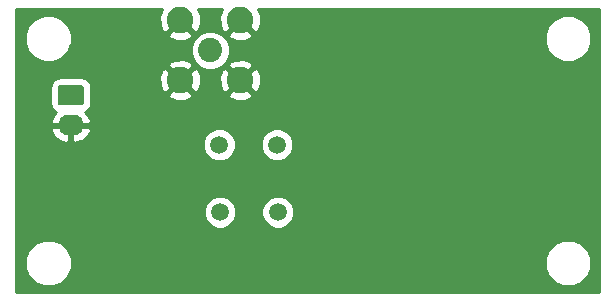
<source format=gbr>
G04 #@! TF.GenerationSoftware,KiCad,Pcbnew,(5.0.2)-1*
G04 #@! TF.CreationDate,2018-12-31T21:56:22+00:00*
G04 #@! TF.ProjectId,D75F_Board,44373546-5f42-46f6-9172-642e6b696361,rev?*
G04 #@! TF.SameCoordinates,Original*
G04 #@! TF.FileFunction,Copper,L2,Bot*
G04 #@! TF.FilePolarity,Positive*
%FSLAX46Y46*%
G04 Gerber Fmt 4.6, Leading zero omitted, Abs format (unit mm)*
G04 Created by KiCad (PCBNEW (5.0.2)-1) date 31/12/2018 21:56:22*
%MOMM*%
%LPD*%
G01*
G04 APERTURE LIST*
G04 #@! TA.AperFunction,Conductor*
%ADD10C,0.100000*%
G04 #@! TD*
G04 #@! TA.AperFunction,ComponentPad*
%ADD11C,1.740000*%
G04 #@! TD*
G04 #@! TA.AperFunction,ComponentPad*
%ADD12O,2.200000X1.740000*%
G04 #@! TD*
G04 #@! TA.AperFunction,ComponentPad*
%ADD13C,2.050000*%
G04 #@! TD*
G04 #@! TA.AperFunction,ComponentPad*
%ADD14C,2.250000*%
G04 #@! TD*
G04 #@! TA.AperFunction,ComponentPad*
%ADD15C,1.500000*%
G04 #@! TD*
G04 #@! TA.AperFunction,ViaPad*
%ADD16C,0.800000*%
G04 #@! TD*
G04 #@! TA.AperFunction,Conductor*
%ADD17C,0.254000*%
G04 #@! TD*
G04 APERTURE END LIST*
D10*
G04 #@! TO.N,Net-(C1-Pad1)*
G04 #@! TO.C,J1*
G36*
X121778505Y-81427204D02*
X121802773Y-81430804D01*
X121826572Y-81436765D01*
X121849671Y-81445030D01*
X121871850Y-81455520D01*
X121892893Y-81468132D01*
X121912599Y-81482747D01*
X121930777Y-81499223D01*
X121947253Y-81517401D01*
X121961868Y-81537107D01*
X121974480Y-81558150D01*
X121984970Y-81580329D01*
X121993235Y-81603428D01*
X121999196Y-81627227D01*
X122002796Y-81651495D01*
X122004000Y-81675999D01*
X122004000Y-82916001D01*
X122002796Y-82940505D01*
X121999196Y-82964773D01*
X121993235Y-82988572D01*
X121984970Y-83011671D01*
X121974480Y-83033850D01*
X121961868Y-83054893D01*
X121947253Y-83074599D01*
X121930777Y-83092777D01*
X121912599Y-83109253D01*
X121892893Y-83123868D01*
X121871850Y-83136480D01*
X121849671Y-83146970D01*
X121826572Y-83155235D01*
X121802773Y-83161196D01*
X121778505Y-83164796D01*
X121754001Y-83166000D01*
X120053999Y-83166000D01*
X120029495Y-83164796D01*
X120005227Y-83161196D01*
X119981428Y-83155235D01*
X119958329Y-83146970D01*
X119936150Y-83136480D01*
X119915107Y-83123868D01*
X119895401Y-83109253D01*
X119877223Y-83092777D01*
X119860747Y-83074599D01*
X119846132Y-83054893D01*
X119833520Y-83033850D01*
X119823030Y-83011671D01*
X119814765Y-82988572D01*
X119808804Y-82964773D01*
X119805204Y-82940505D01*
X119804000Y-82916001D01*
X119804000Y-81675999D01*
X119805204Y-81651495D01*
X119808804Y-81627227D01*
X119814765Y-81603428D01*
X119823030Y-81580329D01*
X119833520Y-81558150D01*
X119846132Y-81537107D01*
X119860747Y-81517401D01*
X119877223Y-81499223D01*
X119895401Y-81482747D01*
X119915107Y-81468132D01*
X119936150Y-81455520D01*
X119958329Y-81445030D01*
X119981428Y-81436765D01*
X120005227Y-81430804D01*
X120029495Y-81427204D01*
X120053999Y-81426000D01*
X121754001Y-81426000D01*
X121778505Y-81427204D01*
X121778505Y-81427204D01*
G37*
D11*
G04 #@! TD*
G04 #@! TO.P,J1,1*
G04 #@! TO.N,Net-(C1-Pad1)*
X120904000Y-82296000D03*
D12*
G04 #@! TO.P,J1,2*
G04 #@! TO.N,GND*
X120904000Y-84836000D03*
G04 #@! TD*
D13*
G04 #@! TO.P,J2,1*
G04 #@! TO.N,Net-(J2-Pad1)*
X132715000Y-78486000D03*
D14*
G04 #@! TO.P,J2,2*
G04 #@! TO.N,GND*
X135255000Y-81026000D03*
X135255000Y-75946000D03*
X130175000Y-75946000D03*
X130175000Y-81026000D03*
G04 #@! TD*
D15*
G04 #@! TO.P,Y1,1*
G04 #@! TO.N,Net-(C4-Pad1)*
X138430000Y-92202000D03*
G04 #@! TO.P,Y1,2*
G04 #@! TO.N,Net-(C5-Pad1)*
X133550000Y-92202000D03*
G04 #@! TD*
G04 #@! TO.P,Y2,2*
G04 #@! TO.N,Net-(C6-Pad2)*
X138357000Y-86487000D03*
G04 #@! TO.P,Y2,1*
G04 #@! TO.N,Net-(C5-Pad1)*
X133477000Y-86487000D03*
G04 #@! TD*
D16*
G04 #@! TO.N,GND*
X132207000Y-97536000D03*
X132207000Y-96520000D03*
X125222000Y-97536000D03*
X125222000Y-96139000D03*
X156591000Y-83566000D03*
X156591000Y-82677000D03*
X146304000Y-85471000D03*
X162433000Y-88011000D03*
X155956000Y-89408000D03*
X147447000Y-92964000D03*
X148336000Y-92964000D03*
X124841000Y-75946000D03*
X126619000Y-75946000D03*
X145034000Y-89789000D03*
X150114000Y-81407000D03*
X142494000Y-81534000D03*
X160655000Y-91059000D03*
X127762000Y-92456000D03*
X126619000Y-92456000D03*
X145034000Y-90678000D03*
X150114000Y-80391000D03*
X142494000Y-80645000D03*
X146304000Y-84582000D03*
X155956000Y-88519000D03*
X160655000Y-92456000D03*
X161417000Y-88011000D03*
X125730000Y-75946000D03*
G04 #@! TD*
D17*
G04 #@! TO.N,GND*
G36*
X128404830Y-75651629D02*
X128426925Y-76351451D01*
X128652227Y-76895379D01*
X128932053Y-77009342D01*
X129995395Y-75946000D01*
X129981253Y-75931858D01*
X130160858Y-75752253D01*
X130175000Y-75766395D01*
X130189143Y-75752253D01*
X130368748Y-75931858D01*
X130354605Y-75946000D01*
X131417947Y-77009342D01*
X131697773Y-76895379D01*
X131945170Y-76240371D01*
X131923075Y-75540549D01*
X131701244Y-75005000D01*
X133729062Y-75005000D01*
X133484830Y-75651629D01*
X133506925Y-76351451D01*
X133732227Y-76895379D01*
X134012053Y-77009342D01*
X135075395Y-75946000D01*
X135061253Y-75931858D01*
X135240858Y-75752253D01*
X135255000Y-75766395D01*
X135269143Y-75752253D01*
X135448748Y-75931858D01*
X135434605Y-75946000D01*
X136497947Y-77009342D01*
X136777773Y-76895379D01*
X137025170Y-76240371D01*
X137003075Y-75540549D01*
X136781244Y-75005000D01*
X165660000Y-75005000D01*
X165660001Y-98985000D01*
X116280000Y-98985000D01*
X116280000Y-96105159D01*
X117015000Y-96105159D01*
X117015000Y-96894841D01*
X117317199Y-97624412D01*
X117875588Y-98182801D01*
X118605159Y-98485000D01*
X119394841Y-98485000D01*
X120124412Y-98182801D01*
X120682801Y-97624412D01*
X120985000Y-96894841D01*
X120985000Y-96105159D01*
X161015000Y-96105159D01*
X161015000Y-96894841D01*
X161317199Y-97624412D01*
X161875588Y-98182801D01*
X162605159Y-98485000D01*
X163394841Y-98485000D01*
X164124412Y-98182801D01*
X164682801Y-97624412D01*
X164985000Y-96894841D01*
X164985000Y-96105159D01*
X164682801Y-95375588D01*
X164124412Y-94817199D01*
X163394841Y-94515000D01*
X162605159Y-94515000D01*
X161875588Y-94817199D01*
X161317199Y-95375588D01*
X161015000Y-96105159D01*
X120985000Y-96105159D01*
X120682801Y-95375588D01*
X120124412Y-94817199D01*
X119394841Y-94515000D01*
X118605159Y-94515000D01*
X117875588Y-94817199D01*
X117317199Y-95375588D01*
X117015000Y-96105159D01*
X116280000Y-96105159D01*
X116280000Y-91926506D01*
X132165000Y-91926506D01*
X132165000Y-92477494D01*
X132375853Y-92986540D01*
X132765460Y-93376147D01*
X133274506Y-93587000D01*
X133825494Y-93587000D01*
X134334540Y-93376147D01*
X134724147Y-92986540D01*
X134935000Y-92477494D01*
X134935000Y-91926506D01*
X137045000Y-91926506D01*
X137045000Y-92477494D01*
X137255853Y-92986540D01*
X137645460Y-93376147D01*
X138154506Y-93587000D01*
X138705494Y-93587000D01*
X139214540Y-93376147D01*
X139604147Y-92986540D01*
X139815000Y-92477494D01*
X139815000Y-91926506D01*
X139604147Y-91417460D01*
X139214540Y-91027853D01*
X138705494Y-90817000D01*
X138154506Y-90817000D01*
X137645460Y-91027853D01*
X137255853Y-91417460D01*
X137045000Y-91926506D01*
X134935000Y-91926506D01*
X134724147Y-91417460D01*
X134334540Y-91027853D01*
X133825494Y-90817000D01*
X133274506Y-90817000D01*
X132765460Y-91027853D01*
X132375853Y-91417460D01*
X132165000Y-91926506D01*
X116280000Y-91926506D01*
X116280000Y-85196031D01*
X119212698Y-85196031D01*
X119230416Y-85288500D01*
X119513467Y-85806491D01*
X119973198Y-86176734D01*
X120539620Y-86342862D01*
X120777000Y-86186582D01*
X120777000Y-84963000D01*
X121031000Y-84963000D01*
X121031000Y-86186582D01*
X121268380Y-86342862D01*
X121716245Y-86211506D01*
X132092000Y-86211506D01*
X132092000Y-86762494D01*
X132302853Y-87271540D01*
X132692460Y-87661147D01*
X133201506Y-87872000D01*
X133752494Y-87872000D01*
X134261540Y-87661147D01*
X134651147Y-87271540D01*
X134862000Y-86762494D01*
X134862000Y-86211506D01*
X136972000Y-86211506D01*
X136972000Y-86762494D01*
X137182853Y-87271540D01*
X137572460Y-87661147D01*
X138081506Y-87872000D01*
X138632494Y-87872000D01*
X139141540Y-87661147D01*
X139531147Y-87271540D01*
X139742000Y-86762494D01*
X139742000Y-86211506D01*
X139531147Y-85702460D01*
X139141540Y-85312853D01*
X138632494Y-85102000D01*
X138081506Y-85102000D01*
X137572460Y-85312853D01*
X137182853Y-85702460D01*
X136972000Y-86211506D01*
X134862000Y-86211506D01*
X134651147Y-85702460D01*
X134261540Y-85312853D01*
X133752494Y-85102000D01*
X133201506Y-85102000D01*
X132692460Y-85312853D01*
X132302853Y-85702460D01*
X132092000Y-86211506D01*
X121716245Y-86211506D01*
X121834802Y-86176734D01*
X122294533Y-85806491D01*
X122577584Y-85288500D01*
X122595302Y-85196031D01*
X122474246Y-84963000D01*
X121031000Y-84963000D01*
X120777000Y-84963000D01*
X119333754Y-84963000D01*
X119212698Y-85196031D01*
X116280000Y-85196031D01*
X116280000Y-81675999D01*
X119156560Y-81675999D01*
X119156560Y-82916001D01*
X119224873Y-83259436D01*
X119419414Y-83550586D01*
X119684538Y-83727737D01*
X119513467Y-83865509D01*
X119230416Y-84383500D01*
X119212698Y-84475969D01*
X119333754Y-84709000D01*
X120777000Y-84709000D01*
X120777000Y-84689000D01*
X121031000Y-84689000D01*
X121031000Y-84709000D01*
X122474246Y-84709000D01*
X122595302Y-84475969D01*
X122577584Y-84383500D01*
X122294533Y-83865509D01*
X122123462Y-83727737D01*
X122388586Y-83550586D01*
X122583127Y-83259436D01*
X122651440Y-82916001D01*
X122651440Y-82268947D01*
X129111658Y-82268947D01*
X129225621Y-82548773D01*
X129880629Y-82796170D01*
X130580451Y-82774075D01*
X131124379Y-82548773D01*
X131238342Y-82268947D01*
X134191658Y-82268947D01*
X134305621Y-82548773D01*
X134960629Y-82796170D01*
X135660451Y-82774075D01*
X136204379Y-82548773D01*
X136318342Y-82268947D01*
X135255000Y-81205605D01*
X134191658Y-82268947D01*
X131238342Y-82268947D01*
X130175000Y-81205605D01*
X129111658Y-82268947D01*
X122651440Y-82268947D01*
X122651440Y-81675999D01*
X122583127Y-81332564D01*
X122388586Y-81041414D01*
X122097436Y-80846873D01*
X121754001Y-80778560D01*
X120053999Y-80778560D01*
X119710564Y-80846873D01*
X119419414Y-81041414D01*
X119224873Y-81332564D01*
X119156560Y-81675999D01*
X116280000Y-81675999D01*
X116280000Y-80731629D01*
X128404830Y-80731629D01*
X128426925Y-81431451D01*
X128652227Y-81975379D01*
X128932053Y-82089342D01*
X129995395Y-81026000D01*
X130354605Y-81026000D01*
X131417947Y-82089342D01*
X131697773Y-81975379D01*
X131945170Y-81320371D01*
X131926583Y-80731629D01*
X133484830Y-80731629D01*
X133506925Y-81431451D01*
X133732227Y-81975379D01*
X134012053Y-82089342D01*
X135075395Y-81026000D01*
X135434605Y-81026000D01*
X136497947Y-82089342D01*
X136777773Y-81975379D01*
X137025170Y-81320371D01*
X137003075Y-80620549D01*
X136777773Y-80076621D01*
X136497947Y-79962658D01*
X135434605Y-81026000D01*
X135075395Y-81026000D01*
X134012053Y-79962658D01*
X133732227Y-80076621D01*
X133484830Y-80731629D01*
X131926583Y-80731629D01*
X131923075Y-80620549D01*
X131697773Y-80076621D01*
X131417947Y-79962658D01*
X130354605Y-81026000D01*
X129995395Y-81026000D01*
X128932053Y-79962658D01*
X128652227Y-80076621D01*
X128404830Y-80731629D01*
X116280000Y-80731629D01*
X116280000Y-79783053D01*
X129111658Y-79783053D01*
X130175000Y-80846395D01*
X131238342Y-79783053D01*
X131124379Y-79503227D01*
X130469371Y-79255830D01*
X129769549Y-79277925D01*
X129225621Y-79503227D01*
X129111658Y-79783053D01*
X116280000Y-79783053D01*
X116280000Y-77105159D01*
X117015000Y-77105159D01*
X117015000Y-77894841D01*
X117317199Y-78624412D01*
X117875588Y-79182801D01*
X118605159Y-79485000D01*
X119394841Y-79485000D01*
X120124412Y-79182801D01*
X120682801Y-78624412D01*
X120876904Y-78155806D01*
X131055000Y-78155806D01*
X131055000Y-78816194D01*
X131307720Y-79426314D01*
X131774686Y-79893280D01*
X132384806Y-80146000D01*
X133045194Y-80146000D01*
X133655314Y-79893280D01*
X133765541Y-79783053D01*
X134191658Y-79783053D01*
X135255000Y-80846395D01*
X136318342Y-79783053D01*
X136204379Y-79503227D01*
X135549371Y-79255830D01*
X134849549Y-79277925D01*
X134305621Y-79503227D01*
X134191658Y-79783053D01*
X133765541Y-79783053D01*
X134122280Y-79426314D01*
X134375000Y-78816194D01*
X134375000Y-78155806D01*
X134122280Y-77545686D01*
X133765541Y-77188947D01*
X134191658Y-77188947D01*
X134305621Y-77468773D01*
X134960629Y-77716170D01*
X135660451Y-77694075D01*
X136204379Y-77468773D01*
X136318342Y-77188947D01*
X136234554Y-77105159D01*
X161015000Y-77105159D01*
X161015000Y-77894841D01*
X161317199Y-78624412D01*
X161875588Y-79182801D01*
X162605159Y-79485000D01*
X163394841Y-79485000D01*
X164124412Y-79182801D01*
X164682801Y-78624412D01*
X164985000Y-77894841D01*
X164985000Y-77105159D01*
X164682801Y-76375588D01*
X164124412Y-75817199D01*
X163394841Y-75515000D01*
X162605159Y-75515000D01*
X161875588Y-75817199D01*
X161317199Y-76375588D01*
X161015000Y-77105159D01*
X136234554Y-77105159D01*
X135255000Y-76125605D01*
X134191658Y-77188947D01*
X133765541Y-77188947D01*
X133655314Y-77078720D01*
X133045194Y-76826000D01*
X132384806Y-76826000D01*
X131774686Y-77078720D01*
X131307720Y-77545686D01*
X131055000Y-78155806D01*
X120876904Y-78155806D01*
X120985000Y-77894841D01*
X120985000Y-77188947D01*
X129111658Y-77188947D01*
X129225621Y-77468773D01*
X129880629Y-77716170D01*
X130580451Y-77694075D01*
X131124379Y-77468773D01*
X131238342Y-77188947D01*
X130175000Y-76125605D01*
X129111658Y-77188947D01*
X120985000Y-77188947D01*
X120985000Y-77105159D01*
X120682801Y-76375588D01*
X120124412Y-75817199D01*
X119394841Y-75515000D01*
X118605159Y-75515000D01*
X117875588Y-75817199D01*
X117317199Y-76375588D01*
X117015000Y-77105159D01*
X116280000Y-77105159D01*
X116280000Y-75005000D01*
X128649062Y-75005000D01*
X128404830Y-75651629D01*
X128404830Y-75651629D01*
G37*
X128404830Y-75651629D02*
X128426925Y-76351451D01*
X128652227Y-76895379D01*
X128932053Y-77009342D01*
X129995395Y-75946000D01*
X129981253Y-75931858D01*
X130160858Y-75752253D01*
X130175000Y-75766395D01*
X130189143Y-75752253D01*
X130368748Y-75931858D01*
X130354605Y-75946000D01*
X131417947Y-77009342D01*
X131697773Y-76895379D01*
X131945170Y-76240371D01*
X131923075Y-75540549D01*
X131701244Y-75005000D01*
X133729062Y-75005000D01*
X133484830Y-75651629D01*
X133506925Y-76351451D01*
X133732227Y-76895379D01*
X134012053Y-77009342D01*
X135075395Y-75946000D01*
X135061253Y-75931858D01*
X135240858Y-75752253D01*
X135255000Y-75766395D01*
X135269143Y-75752253D01*
X135448748Y-75931858D01*
X135434605Y-75946000D01*
X136497947Y-77009342D01*
X136777773Y-76895379D01*
X137025170Y-76240371D01*
X137003075Y-75540549D01*
X136781244Y-75005000D01*
X165660000Y-75005000D01*
X165660001Y-98985000D01*
X116280000Y-98985000D01*
X116280000Y-96105159D01*
X117015000Y-96105159D01*
X117015000Y-96894841D01*
X117317199Y-97624412D01*
X117875588Y-98182801D01*
X118605159Y-98485000D01*
X119394841Y-98485000D01*
X120124412Y-98182801D01*
X120682801Y-97624412D01*
X120985000Y-96894841D01*
X120985000Y-96105159D01*
X161015000Y-96105159D01*
X161015000Y-96894841D01*
X161317199Y-97624412D01*
X161875588Y-98182801D01*
X162605159Y-98485000D01*
X163394841Y-98485000D01*
X164124412Y-98182801D01*
X164682801Y-97624412D01*
X164985000Y-96894841D01*
X164985000Y-96105159D01*
X164682801Y-95375588D01*
X164124412Y-94817199D01*
X163394841Y-94515000D01*
X162605159Y-94515000D01*
X161875588Y-94817199D01*
X161317199Y-95375588D01*
X161015000Y-96105159D01*
X120985000Y-96105159D01*
X120682801Y-95375588D01*
X120124412Y-94817199D01*
X119394841Y-94515000D01*
X118605159Y-94515000D01*
X117875588Y-94817199D01*
X117317199Y-95375588D01*
X117015000Y-96105159D01*
X116280000Y-96105159D01*
X116280000Y-91926506D01*
X132165000Y-91926506D01*
X132165000Y-92477494D01*
X132375853Y-92986540D01*
X132765460Y-93376147D01*
X133274506Y-93587000D01*
X133825494Y-93587000D01*
X134334540Y-93376147D01*
X134724147Y-92986540D01*
X134935000Y-92477494D01*
X134935000Y-91926506D01*
X137045000Y-91926506D01*
X137045000Y-92477494D01*
X137255853Y-92986540D01*
X137645460Y-93376147D01*
X138154506Y-93587000D01*
X138705494Y-93587000D01*
X139214540Y-93376147D01*
X139604147Y-92986540D01*
X139815000Y-92477494D01*
X139815000Y-91926506D01*
X139604147Y-91417460D01*
X139214540Y-91027853D01*
X138705494Y-90817000D01*
X138154506Y-90817000D01*
X137645460Y-91027853D01*
X137255853Y-91417460D01*
X137045000Y-91926506D01*
X134935000Y-91926506D01*
X134724147Y-91417460D01*
X134334540Y-91027853D01*
X133825494Y-90817000D01*
X133274506Y-90817000D01*
X132765460Y-91027853D01*
X132375853Y-91417460D01*
X132165000Y-91926506D01*
X116280000Y-91926506D01*
X116280000Y-85196031D01*
X119212698Y-85196031D01*
X119230416Y-85288500D01*
X119513467Y-85806491D01*
X119973198Y-86176734D01*
X120539620Y-86342862D01*
X120777000Y-86186582D01*
X120777000Y-84963000D01*
X121031000Y-84963000D01*
X121031000Y-86186582D01*
X121268380Y-86342862D01*
X121716245Y-86211506D01*
X132092000Y-86211506D01*
X132092000Y-86762494D01*
X132302853Y-87271540D01*
X132692460Y-87661147D01*
X133201506Y-87872000D01*
X133752494Y-87872000D01*
X134261540Y-87661147D01*
X134651147Y-87271540D01*
X134862000Y-86762494D01*
X134862000Y-86211506D01*
X136972000Y-86211506D01*
X136972000Y-86762494D01*
X137182853Y-87271540D01*
X137572460Y-87661147D01*
X138081506Y-87872000D01*
X138632494Y-87872000D01*
X139141540Y-87661147D01*
X139531147Y-87271540D01*
X139742000Y-86762494D01*
X139742000Y-86211506D01*
X139531147Y-85702460D01*
X139141540Y-85312853D01*
X138632494Y-85102000D01*
X138081506Y-85102000D01*
X137572460Y-85312853D01*
X137182853Y-85702460D01*
X136972000Y-86211506D01*
X134862000Y-86211506D01*
X134651147Y-85702460D01*
X134261540Y-85312853D01*
X133752494Y-85102000D01*
X133201506Y-85102000D01*
X132692460Y-85312853D01*
X132302853Y-85702460D01*
X132092000Y-86211506D01*
X121716245Y-86211506D01*
X121834802Y-86176734D01*
X122294533Y-85806491D01*
X122577584Y-85288500D01*
X122595302Y-85196031D01*
X122474246Y-84963000D01*
X121031000Y-84963000D01*
X120777000Y-84963000D01*
X119333754Y-84963000D01*
X119212698Y-85196031D01*
X116280000Y-85196031D01*
X116280000Y-81675999D01*
X119156560Y-81675999D01*
X119156560Y-82916001D01*
X119224873Y-83259436D01*
X119419414Y-83550586D01*
X119684538Y-83727737D01*
X119513467Y-83865509D01*
X119230416Y-84383500D01*
X119212698Y-84475969D01*
X119333754Y-84709000D01*
X120777000Y-84709000D01*
X120777000Y-84689000D01*
X121031000Y-84689000D01*
X121031000Y-84709000D01*
X122474246Y-84709000D01*
X122595302Y-84475969D01*
X122577584Y-84383500D01*
X122294533Y-83865509D01*
X122123462Y-83727737D01*
X122388586Y-83550586D01*
X122583127Y-83259436D01*
X122651440Y-82916001D01*
X122651440Y-82268947D01*
X129111658Y-82268947D01*
X129225621Y-82548773D01*
X129880629Y-82796170D01*
X130580451Y-82774075D01*
X131124379Y-82548773D01*
X131238342Y-82268947D01*
X134191658Y-82268947D01*
X134305621Y-82548773D01*
X134960629Y-82796170D01*
X135660451Y-82774075D01*
X136204379Y-82548773D01*
X136318342Y-82268947D01*
X135255000Y-81205605D01*
X134191658Y-82268947D01*
X131238342Y-82268947D01*
X130175000Y-81205605D01*
X129111658Y-82268947D01*
X122651440Y-82268947D01*
X122651440Y-81675999D01*
X122583127Y-81332564D01*
X122388586Y-81041414D01*
X122097436Y-80846873D01*
X121754001Y-80778560D01*
X120053999Y-80778560D01*
X119710564Y-80846873D01*
X119419414Y-81041414D01*
X119224873Y-81332564D01*
X119156560Y-81675999D01*
X116280000Y-81675999D01*
X116280000Y-80731629D01*
X128404830Y-80731629D01*
X128426925Y-81431451D01*
X128652227Y-81975379D01*
X128932053Y-82089342D01*
X129995395Y-81026000D01*
X130354605Y-81026000D01*
X131417947Y-82089342D01*
X131697773Y-81975379D01*
X131945170Y-81320371D01*
X131926583Y-80731629D01*
X133484830Y-80731629D01*
X133506925Y-81431451D01*
X133732227Y-81975379D01*
X134012053Y-82089342D01*
X135075395Y-81026000D01*
X135434605Y-81026000D01*
X136497947Y-82089342D01*
X136777773Y-81975379D01*
X137025170Y-81320371D01*
X137003075Y-80620549D01*
X136777773Y-80076621D01*
X136497947Y-79962658D01*
X135434605Y-81026000D01*
X135075395Y-81026000D01*
X134012053Y-79962658D01*
X133732227Y-80076621D01*
X133484830Y-80731629D01*
X131926583Y-80731629D01*
X131923075Y-80620549D01*
X131697773Y-80076621D01*
X131417947Y-79962658D01*
X130354605Y-81026000D01*
X129995395Y-81026000D01*
X128932053Y-79962658D01*
X128652227Y-80076621D01*
X128404830Y-80731629D01*
X116280000Y-80731629D01*
X116280000Y-79783053D01*
X129111658Y-79783053D01*
X130175000Y-80846395D01*
X131238342Y-79783053D01*
X131124379Y-79503227D01*
X130469371Y-79255830D01*
X129769549Y-79277925D01*
X129225621Y-79503227D01*
X129111658Y-79783053D01*
X116280000Y-79783053D01*
X116280000Y-77105159D01*
X117015000Y-77105159D01*
X117015000Y-77894841D01*
X117317199Y-78624412D01*
X117875588Y-79182801D01*
X118605159Y-79485000D01*
X119394841Y-79485000D01*
X120124412Y-79182801D01*
X120682801Y-78624412D01*
X120876904Y-78155806D01*
X131055000Y-78155806D01*
X131055000Y-78816194D01*
X131307720Y-79426314D01*
X131774686Y-79893280D01*
X132384806Y-80146000D01*
X133045194Y-80146000D01*
X133655314Y-79893280D01*
X133765541Y-79783053D01*
X134191658Y-79783053D01*
X135255000Y-80846395D01*
X136318342Y-79783053D01*
X136204379Y-79503227D01*
X135549371Y-79255830D01*
X134849549Y-79277925D01*
X134305621Y-79503227D01*
X134191658Y-79783053D01*
X133765541Y-79783053D01*
X134122280Y-79426314D01*
X134375000Y-78816194D01*
X134375000Y-78155806D01*
X134122280Y-77545686D01*
X133765541Y-77188947D01*
X134191658Y-77188947D01*
X134305621Y-77468773D01*
X134960629Y-77716170D01*
X135660451Y-77694075D01*
X136204379Y-77468773D01*
X136318342Y-77188947D01*
X136234554Y-77105159D01*
X161015000Y-77105159D01*
X161015000Y-77894841D01*
X161317199Y-78624412D01*
X161875588Y-79182801D01*
X162605159Y-79485000D01*
X163394841Y-79485000D01*
X164124412Y-79182801D01*
X164682801Y-78624412D01*
X164985000Y-77894841D01*
X164985000Y-77105159D01*
X164682801Y-76375588D01*
X164124412Y-75817199D01*
X163394841Y-75515000D01*
X162605159Y-75515000D01*
X161875588Y-75817199D01*
X161317199Y-76375588D01*
X161015000Y-77105159D01*
X136234554Y-77105159D01*
X135255000Y-76125605D01*
X134191658Y-77188947D01*
X133765541Y-77188947D01*
X133655314Y-77078720D01*
X133045194Y-76826000D01*
X132384806Y-76826000D01*
X131774686Y-77078720D01*
X131307720Y-77545686D01*
X131055000Y-78155806D01*
X120876904Y-78155806D01*
X120985000Y-77894841D01*
X120985000Y-77188947D01*
X129111658Y-77188947D01*
X129225621Y-77468773D01*
X129880629Y-77716170D01*
X130580451Y-77694075D01*
X131124379Y-77468773D01*
X131238342Y-77188947D01*
X130175000Y-76125605D01*
X129111658Y-77188947D01*
X120985000Y-77188947D01*
X120985000Y-77105159D01*
X120682801Y-76375588D01*
X120124412Y-75817199D01*
X119394841Y-75515000D01*
X118605159Y-75515000D01*
X117875588Y-75817199D01*
X117317199Y-76375588D01*
X117015000Y-77105159D01*
X116280000Y-77105159D01*
X116280000Y-75005000D01*
X128649062Y-75005000D01*
X128404830Y-75651629D01*
G04 #@! TD*
M02*

</source>
